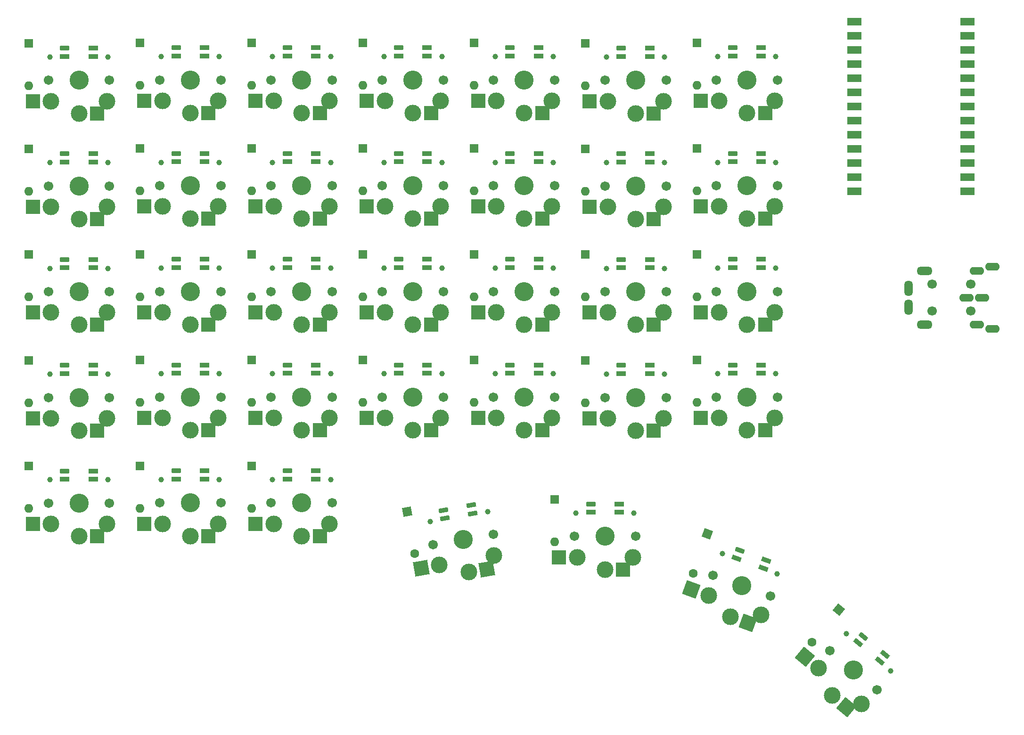
<source format=gbr>
%TF.GenerationSoftware,KiCad,Pcbnew,7.0.7*%
%TF.CreationDate,2023-09-03T20:27:55-07:00*%
%TF.ProjectId,keyboard,6b657962-6f61-4726-942e-6b696361645f,rev?*%
%TF.SameCoordinates,Original*%
%TF.FileFunction,Soldermask,Bot*%
%TF.FilePolarity,Negative*%
%FSLAX46Y46*%
G04 Gerber Fmt 4.6, Leading zero omitted, Abs format (unit mm)*
G04 Created by KiCad (PCBNEW 7.0.7) date 2023-09-03 20:27:55*
%MOMM*%
%LPD*%
G01*
G04 APERTURE LIST*
G04 Aperture macros list*
%AMRoundRect*
0 Rectangle with rounded corners*
0 $1 Rounding radius*
0 $2 $3 $4 $5 $6 $7 $8 $9 X,Y pos of 4 corners*
0 Add a 4 corners polygon primitive as box body*
4,1,4,$2,$3,$4,$5,$6,$7,$8,$9,$2,$3,0*
0 Add four circle primitives for the rounded corners*
1,1,$1+$1,$2,$3*
1,1,$1+$1,$4,$5*
1,1,$1+$1,$6,$7*
1,1,$1+$1,$8,$9*
0 Add four rect primitives between the rounded corners*
20,1,$1+$1,$2,$3,$4,$5,0*
20,1,$1+$1,$4,$5,$6,$7,0*
20,1,$1+$1,$6,$7,$8,$9,0*
20,1,$1+$1,$8,$9,$2,$3,0*%
%AMHorizOval*
0 Thick line with rounded ends*
0 $1 width*
0 $2 $3 position (X,Y) of the first rounded end (center of the circle)*
0 $4 $5 position (X,Y) of the second rounded end (center of the circle)*
0 Add line between two ends*
20,1,$1,$2,$3,$4,$5,0*
0 Add two circle primitives to create the rounded ends*
1,1,$1,$2,$3*
1,1,$1,$4,$5*%
%AMRotRect*
0 Rectangle, with rotation*
0 The origin of the aperture is its center*
0 $1 length*
0 $2 width*
0 $3 Rotation angle, in degrees counterclockwise*
0 Add horizontal line*
21,1,$1,$2,0,0,$3*%
G04 Aperture macros list end*
%ADD10C,1.700000*%
%ADD11O,2.620000X1.412000*%
%ADD12O,2.820000X1.512000*%
%ADD13O,1.512000X2.820000*%
%ADD14C,1.701800*%
%ADD15C,0.990600*%
%ADD16C,3.000000*%
%ADD17C,3.429000*%
%ADD18R,2.600000X2.600000*%
%ADD19R,1.600000X1.600000*%
%ADD20O,1.600000X1.600000*%
%ADD21RotRect,2.600000X2.600000X340.000000*%
%ADD22RotRect,2.600000X2.600000X10.000000*%
%ADD23RotRect,1.600000X1.600000X230.000000*%
%ADD24HorizOval,1.600000X0.000000X0.000000X0.000000X0.000000X0*%
%ADD25RotRect,2.600000X2.600000X320.000000*%
%ADD26RotRect,1.600000X1.600000X250.000000*%
%ADD27HorizOval,1.600000X0.000000X0.000000X0.000000X0.000000X0*%
%ADD28RotRect,1.600000X1.600000X280.000000*%
%ADD29HorizOval,1.600000X0.000000X0.000000X0.000000X0.000000X0*%
%ADD30R,1.700000X0.820000*%
%ADD31RoundRect,0.205000X0.645000X0.205000X-0.645000X0.205000X-0.645000X-0.205000X0.645000X-0.205000X0*%
%ADD32RotRect,1.700000X0.820000X190.000000*%
%ADD33RoundRect,0.205000X0.599603X0.313889X-0.670799X0.089883X-0.599603X-0.313889X0.670799X-0.089883X0*%
%ADD34RotRect,1.700000X0.820000X140.000000*%
%ADD35RoundRect,0.205000X0.625870X-0.257559X-0.362327X0.571637X-0.625870X0.257559X0.362327X-0.571637X0*%
%ADD36RotRect,1.700000X0.820000X160.000000*%
%ADD37RoundRect,0.205000X0.676216X-0.027966X-0.535988X0.413240X-0.676216X0.027966X0.535988X-0.413240X0*%
%ADD38R,2.610000X1.400000*%
G04 APERTURE END LIST*
D10*
%TO.C,REF\u002A\u002A*%
X220250000Y-73520000D03*
X213250000Y-73520000D03*
D11*
X224150000Y-76720000D03*
X219450000Y-71120000D03*
D12*
X211950000Y-75920000D03*
D11*
X222250000Y-71120000D03*
D13*
X209050000Y-72820000D03*
D11*
X221350000Y-75920000D03*
%TD*%
%TO.C,REF\u002A\u002A*%
X224155000Y-65520000D03*
X222255000Y-71120000D03*
X221355000Y-66320000D03*
X219455000Y-71120000D03*
D12*
X211955000Y-66320000D03*
D13*
X209055000Y-69420000D03*
D10*
X220255000Y-68720000D03*
X213255000Y-68720000D03*
%TD*%
D14*
%TO.C,REF\u002A\u002A*%
X94500000Y-89000000D03*
D15*
X94780000Y-84800000D03*
D16*
X95000000Y-92750000D03*
D17*
X100000000Y-89000000D03*
D16*
X100000000Y-94950000D03*
X105000000Y-92750000D03*
D15*
X105220000Y-84800000D03*
D14*
X105500000Y-89000000D03*
D18*
X103275000Y-94950000D03*
X91725000Y-92750000D03*
%TD*%
D19*
%TO.C,REF\u002A\u002A*%
X51000000Y-82380000D03*
D20*
X51000000Y-90000000D03*
%TD*%
D14*
%TO.C,REF\u002A\u002A*%
X173947074Y-120991352D03*
D15*
X175646672Y-117140409D03*
D16*
X173134344Y-124686210D03*
D17*
X179115383Y-122872463D03*
D16*
X177080363Y-128463634D03*
X182531271Y-128106411D03*
D15*
X185457063Y-120711099D03*
D14*
X184283692Y-124753574D03*
D21*
X180157856Y-129583750D03*
X170056851Y-123566094D03*
%TD*%
D14*
%TO.C,REF\u002A\u002A*%
X134500000Y-51000000D03*
D15*
X134780000Y-46800000D03*
D16*
X135000000Y-54750000D03*
D17*
X140000000Y-51000000D03*
D16*
X140000000Y-56950000D03*
X145000000Y-54750000D03*
D15*
X145220000Y-46800000D03*
D14*
X145500000Y-51000000D03*
D18*
X143275000Y-56950000D03*
X131725000Y-54750000D03*
%TD*%
D19*
%TO.C,REF\u002A\u002A*%
X51000000Y-63380000D03*
D20*
X51000000Y-71000000D03*
%TD*%
D14*
%TO.C,REF\u002A\u002A*%
X54500000Y-70050000D03*
D15*
X54780000Y-65850000D03*
D16*
X55000000Y-73800000D03*
D17*
X60000000Y-70050000D03*
D16*
X60000000Y-76000000D03*
X65000000Y-73800000D03*
D15*
X65220000Y-65850000D03*
D14*
X65500000Y-70050000D03*
D18*
X63275000Y-76000000D03*
X51725000Y-73800000D03*
%TD*%
D14*
%TO.C,REF\u002A\u002A*%
X74500000Y-32000000D03*
D15*
X74780000Y-27800000D03*
D16*
X75000000Y-35750000D03*
D17*
X80000000Y-32000000D03*
D16*
X80000000Y-37950000D03*
X85000000Y-35750000D03*
D15*
X85220000Y-27800000D03*
D14*
X85500000Y-32000000D03*
D18*
X83275000Y-37950000D03*
X71725000Y-35750000D03*
%TD*%
D19*
%TO.C,REF\u002A\u002A*%
X111000000Y-44330000D03*
D20*
X111000000Y-51950000D03*
%TD*%
D19*
%TO.C,REF\u002A\u002A*%
X131000000Y-25330000D03*
D20*
X131000000Y-32950000D03*
%TD*%
D19*
%TO.C,REF\u002A\u002A*%
X111000000Y-82330000D03*
D20*
X111000000Y-89950000D03*
%TD*%
D14*
%TO.C,REF\u002A\u002A*%
X123595122Y-115537900D03*
D15*
X123141546Y-111353086D03*
D16*
X124738707Y-119144105D03*
D17*
X129011565Y-114582835D03*
D16*
X130044772Y-120442441D03*
X134586784Y-117407623D03*
D15*
X133422939Y-109540199D03*
D14*
X134428008Y-113627770D03*
D22*
X133270017Y-119873743D03*
X121513462Y-119712803D03*
%TD*%
D14*
%TO.C,REF\u002A\u002A*%
X134500000Y-89000000D03*
D15*
X134780000Y-84800000D03*
D16*
X135000000Y-92750000D03*
D17*
X140000000Y-89000000D03*
D16*
X140000000Y-94950000D03*
X145000000Y-92750000D03*
D15*
X145220000Y-84800000D03*
D14*
X145500000Y-89000000D03*
D18*
X143275000Y-94950000D03*
X131725000Y-92750000D03*
%TD*%
D19*
%TO.C,REF\u002A\u002A*%
X171000000Y-44330000D03*
D20*
X171000000Y-51950000D03*
%TD*%
D19*
%TO.C,REF\u002A\u002A*%
X171000000Y-25330000D03*
D20*
X171000000Y-32950000D03*
%TD*%
D14*
%TO.C,REF\u002A\u002A*%
X94500000Y-32000000D03*
D15*
X94780000Y-27800000D03*
D16*
X95000000Y-35750000D03*
D17*
X100000000Y-32000000D03*
D16*
X100000000Y-37950000D03*
X105000000Y-35750000D03*
D15*
X105220000Y-27800000D03*
D14*
X105500000Y-32000000D03*
D18*
X103275000Y-37950000D03*
X91725000Y-35750000D03*
%TD*%
D19*
%TO.C,REF\u002A\u002A*%
X51000000Y-101380000D03*
D20*
X51000000Y-109000000D03*
%TD*%
D19*
%TO.C,REF\u002A\u002A*%
X131000000Y-63330000D03*
D20*
X131000000Y-70950000D03*
%TD*%
D14*
%TO.C,REF\u002A\u002A*%
X74500000Y-70000000D03*
D15*
X74780000Y-65800000D03*
D16*
X75000000Y-73750000D03*
D17*
X80000000Y-70000000D03*
D16*
X80000000Y-75950000D03*
X85000000Y-73750000D03*
D15*
X85220000Y-65800000D03*
D14*
X85500000Y-70000000D03*
D18*
X83275000Y-75950000D03*
X71725000Y-73750000D03*
%TD*%
D14*
%TO.C,REF\u002A\u002A*%
X154500000Y-70050000D03*
D15*
X154780000Y-65850000D03*
D16*
X155000000Y-73800000D03*
D17*
X160000000Y-70050000D03*
D16*
X160000000Y-76000000D03*
X165000000Y-73800000D03*
D15*
X165220000Y-65850000D03*
D14*
X165500000Y-70050000D03*
D18*
X163275000Y-76000000D03*
X151725000Y-73800000D03*
%TD*%
D19*
%TO.C,REF\u002A\u002A*%
X51000000Y-44380000D03*
D20*
X51000000Y-52000000D03*
%TD*%
D19*
%TO.C,REF\u002A\u002A*%
X171000000Y-63330000D03*
D20*
X171000000Y-70950000D03*
%TD*%
D14*
%TO.C,REF\u002A\u002A*%
X54500000Y-89050000D03*
D15*
X54780000Y-84850000D03*
D16*
X55000000Y-92800000D03*
D17*
X60000000Y-89050000D03*
D16*
X60000000Y-95000000D03*
X65000000Y-92800000D03*
D15*
X65220000Y-84850000D03*
D14*
X65500000Y-89050000D03*
D18*
X63275000Y-95000000D03*
X51725000Y-92800000D03*
%TD*%
D19*
%TO.C,REF\u002A\u002A*%
X171000000Y-82330000D03*
D20*
X171000000Y-89950000D03*
%TD*%
D14*
%TO.C,REF\u002A\u002A*%
X114500000Y-70000000D03*
D15*
X114780000Y-65800000D03*
D16*
X115000000Y-73750000D03*
D17*
X120000000Y-70000000D03*
D16*
X120000000Y-75950000D03*
X125000000Y-73750000D03*
D15*
X125220000Y-65800000D03*
D14*
X125500000Y-70000000D03*
D18*
X123275000Y-75950000D03*
X111725000Y-73750000D03*
%TD*%
D14*
%TO.C,REF\u002A\u002A*%
X174500000Y-89000000D03*
D15*
X174780000Y-84800000D03*
D16*
X175000000Y-92750000D03*
D17*
X180000000Y-89000000D03*
D16*
X180000000Y-94950000D03*
X185000000Y-92750000D03*
D15*
X185220000Y-84800000D03*
D14*
X185500000Y-89000000D03*
D18*
X183275000Y-94950000D03*
X171725000Y-92750000D03*
%TD*%
D14*
%TO.C,REF\u002A\u002A*%
X114500000Y-32000000D03*
D15*
X114780000Y-27800000D03*
D16*
X115000000Y-35750000D03*
D17*
X120000000Y-32000000D03*
D16*
X120000000Y-37950000D03*
X125000000Y-35750000D03*
D15*
X125220000Y-27800000D03*
D14*
X125500000Y-32000000D03*
D18*
X123275000Y-37950000D03*
X111725000Y-35750000D03*
%TD*%
D23*
%TO.C,REF\u002A\u002A*%
X196555312Y-127164475D03*
D24*
X191657270Y-133001734D03*
%TD*%
D19*
%TO.C,REF\u002A\u002A*%
X151000000Y-82380000D03*
D20*
X151000000Y-90000000D03*
%TD*%
D19*
%TO.C,REF\u002A\u002A*%
X131000000Y-44330000D03*
D20*
X131000000Y-51950000D03*
%TD*%
D19*
%TO.C,REF\u002A\u002A*%
X145500000Y-107329999D03*
D20*
X145500000Y-114949999D03*
%TD*%
D14*
%TO.C,REF\u002A\u002A*%
X54500000Y-108050000D03*
D15*
X54780000Y-103850000D03*
D16*
X55000000Y-111800000D03*
D17*
X60000000Y-108050000D03*
D16*
X60000000Y-114000000D03*
X65000000Y-111800000D03*
D15*
X65220000Y-103850000D03*
D14*
X65500000Y-108050000D03*
D18*
X63275000Y-114000000D03*
X51725000Y-111800000D03*
%TD*%
D14*
%TO.C,REF\u002A\u002A*%
X54500000Y-51050000D03*
D15*
X54780000Y-46850000D03*
D16*
X55000000Y-54800000D03*
D17*
X60000000Y-51050000D03*
D16*
X60000000Y-57000000D03*
X65000000Y-54800000D03*
D15*
X65220000Y-46850000D03*
D14*
X65500000Y-51050000D03*
D18*
X63275000Y-57000000D03*
X51725000Y-54800000D03*
%TD*%
D19*
%TO.C,REF\u002A\u002A*%
X91000000Y-25330000D03*
D20*
X91000000Y-32950000D03*
%TD*%
D19*
%TO.C,REF\u002A\u002A*%
X151000000Y-44380000D03*
D20*
X151000000Y-52000000D03*
%TD*%
D14*
%TO.C,REF\u002A\u002A*%
X174500000Y-51000000D03*
D15*
X174780000Y-46800000D03*
D16*
X175000000Y-54750000D03*
D17*
X180000000Y-51000000D03*
D16*
X180000000Y-56950000D03*
X185000000Y-54750000D03*
D15*
X185220000Y-46800000D03*
D14*
X185500000Y-51000000D03*
D18*
X183275000Y-56950000D03*
X171725000Y-54750000D03*
%TD*%
D14*
%TO.C,REF\u002A\u002A*%
X94500000Y-108000000D03*
D15*
X94780000Y-103800000D03*
D16*
X95000000Y-111750000D03*
D17*
X100000000Y-108000000D03*
D16*
X100000000Y-113950000D03*
X105000000Y-111750000D03*
D15*
X105220000Y-103800000D03*
D14*
X105500000Y-108000000D03*
D18*
X103275000Y-113950000D03*
X91725000Y-111750000D03*
%TD*%
D19*
%TO.C,REF\u002A\u002A*%
X71000000Y-82330000D03*
D20*
X71000000Y-89950000D03*
%TD*%
D19*
%TO.C,REF\u002A\u002A*%
X111000000Y-63330000D03*
D20*
X111000000Y-70950000D03*
%TD*%
D14*
%TO.C,REF\u002A\u002A*%
X174500000Y-32000000D03*
D15*
X174780000Y-27800000D03*
D16*
X175000000Y-35750000D03*
D17*
X180000000Y-32000000D03*
D16*
X180000000Y-37950000D03*
X185000000Y-35750000D03*
D15*
X185220000Y-27800000D03*
D14*
X185500000Y-32000000D03*
D18*
X183275000Y-37950000D03*
X171725000Y-35750000D03*
%TD*%
D19*
%TO.C,REF\u002A\u002A*%
X71000000Y-25330000D03*
D20*
X71000000Y-32950000D03*
%TD*%
D14*
%TO.C,REF\u002A\u002A*%
X74500000Y-108000000D03*
D15*
X74780000Y-103800000D03*
D16*
X75000000Y-111750000D03*
D17*
X80000000Y-108000000D03*
D16*
X80000000Y-113950000D03*
X85000000Y-111750000D03*
D15*
X85220000Y-103800000D03*
D14*
X85500000Y-108000000D03*
D18*
X83275000Y-113950000D03*
X71725000Y-111750000D03*
%TD*%
D14*
%TO.C,REF\u002A\u002A*%
X154500000Y-32050000D03*
D15*
X154780000Y-27850000D03*
D16*
X155000000Y-35800000D03*
D17*
X160000000Y-32050000D03*
D16*
X160000000Y-38000000D03*
X165000000Y-35800000D03*
D15*
X165220000Y-27850000D03*
D14*
X165500000Y-32050000D03*
D18*
X163275000Y-38000000D03*
X151725000Y-35800000D03*
%TD*%
D19*
%TO.C,REF\u002A\u002A*%
X111000000Y-25330000D03*
D20*
X111000000Y-32950000D03*
%TD*%
D14*
%TO.C,REF\u002A\u002A*%
X194949073Y-134523749D03*
D15*
X197863273Y-131486343D03*
D16*
X192921641Y-137717810D03*
D17*
X199162317Y-138059081D03*
D16*
X195337731Y-142617045D03*
X200582086Y-144145686D03*
D15*
X205860777Y-138197046D03*
D14*
X203375561Y-141594413D03*
D25*
X197846526Y-144722175D03*
X190412846Y-135612680D03*
%TD*%
D19*
%TO.C,REF\u002A\u002A*%
X71000000Y-101330000D03*
D20*
X71000000Y-108950000D03*
%TD*%
D14*
%TO.C,REF\u002A\u002A*%
X154500000Y-51050000D03*
D15*
X154780000Y-46850000D03*
D16*
X155000000Y-54800000D03*
D17*
X160000000Y-51050000D03*
D16*
X160000000Y-57000000D03*
X165000000Y-54800000D03*
D15*
X165220000Y-46850000D03*
D14*
X165500000Y-51050000D03*
D18*
X163275000Y-57000000D03*
X151725000Y-54800000D03*
%TD*%
D14*
%TO.C,REF\u002A\u002A*%
X94500000Y-70000000D03*
D15*
X94780000Y-65800000D03*
D16*
X95000000Y-73750000D03*
D17*
X100000000Y-70000000D03*
D16*
X100000000Y-75950000D03*
X105000000Y-73750000D03*
D15*
X105220000Y-65800000D03*
D14*
X105500000Y-70000000D03*
D18*
X103275000Y-75950000D03*
X91725000Y-73750000D03*
%TD*%
D19*
%TO.C,REF\u002A\u002A*%
X151000000Y-63380000D03*
D20*
X151000000Y-71000000D03*
%TD*%
D14*
%TO.C,REF\u002A\u002A*%
X134500000Y-32000000D03*
D15*
X134780000Y-27800000D03*
D16*
X135000000Y-35750000D03*
D17*
X140000000Y-32000000D03*
D16*
X140000000Y-37950000D03*
X145000000Y-35750000D03*
D15*
X145220000Y-27800000D03*
D14*
X145500000Y-32000000D03*
D18*
X143275000Y-37950000D03*
X131725000Y-35750000D03*
%TD*%
D19*
%TO.C,REF\u002A\u002A*%
X71000000Y-44330000D03*
D20*
X71000000Y-51950000D03*
%TD*%
D14*
%TO.C,REF\u002A\u002A*%
X74500000Y-89000000D03*
D15*
X74780000Y-84800000D03*
D16*
X75000000Y-92750000D03*
D17*
X80000000Y-89000000D03*
D16*
X80000000Y-94950000D03*
X85000000Y-92750000D03*
D15*
X85220000Y-84800000D03*
D14*
X85500000Y-89000000D03*
D18*
X83275000Y-94950000D03*
X71725000Y-92750000D03*
%TD*%
D14*
%TO.C,REF\u002A\u002A*%
X174500000Y-70000000D03*
D15*
X174780000Y-65800000D03*
D16*
X175000000Y-73750000D03*
D17*
X180000000Y-70000000D03*
D16*
X180000000Y-75950000D03*
X185000000Y-73750000D03*
D15*
X185220000Y-65800000D03*
D14*
X185500000Y-70000000D03*
D18*
X183275000Y-75950000D03*
X171725000Y-73750000D03*
%TD*%
D14*
%TO.C,REF\u002A\u002A*%
X114500000Y-89000000D03*
D15*
X114780000Y-84800000D03*
D16*
X115000000Y-92750000D03*
D17*
X120000000Y-89000000D03*
D16*
X120000000Y-94950000D03*
X125000000Y-92750000D03*
D15*
X125220000Y-84800000D03*
D14*
X125500000Y-89000000D03*
D18*
X123275000Y-94950000D03*
X111725000Y-92750000D03*
%TD*%
D19*
%TO.C,REF\u002A\u002A*%
X91000000Y-82330000D03*
D20*
X91000000Y-89950000D03*
%TD*%
D14*
%TO.C,REF\u002A\u002A*%
X154500000Y-89050000D03*
D15*
X154780000Y-84850000D03*
D16*
X155000000Y-92800000D03*
D17*
X160000000Y-89050000D03*
D16*
X160000000Y-95000000D03*
X165000000Y-92800000D03*
D15*
X165220000Y-84850000D03*
D14*
X165500000Y-89050000D03*
D18*
X163275000Y-95000000D03*
X151725000Y-92800000D03*
%TD*%
D19*
%TO.C,REF\u002A\u002A*%
X91000000Y-101330000D03*
D20*
X91000000Y-108950000D03*
%TD*%
D26*
%TO.C,REF\u002A\u002A*%
X172939424Y-113526532D03*
D27*
X170333231Y-120686990D03*
%TD*%
D14*
%TO.C,REF\u002A\u002A*%
X149000000Y-114000000D03*
D15*
X149280000Y-109800000D03*
D16*
X149500000Y-117750000D03*
D17*
X154500000Y-114000000D03*
D16*
X154500000Y-119950000D03*
X159500000Y-117750000D03*
D15*
X159720000Y-109800000D03*
D14*
X160000000Y-114000000D03*
D18*
X157775000Y-119950000D03*
X146225000Y-117750000D03*
%TD*%
D19*
%TO.C,REF\u002A\u002A*%
X151000000Y-25380000D03*
D20*
X151000000Y-33000000D03*
%TD*%
D14*
%TO.C,REF\u002A\u002A*%
X54500000Y-32050000D03*
D15*
X54780000Y-27850000D03*
D16*
X55000000Y-35800000D03*
D17*
X60000000Y-32050000D03*
D16*
X60000000Y-38000000D03*
X65000000Y-35800000D03*
D15*
X65220000Y-27850000D03*
D14*
X65500000Y-32050000D03*
D18*
X63275000Y-38000000D03*
X51725000Y-35800000D03*
%TD*%
D14*
%TO.C,REF\u002A\u002A*%
X114500000Y-51000000D03*
D15*
X114780000Y-46800000D03*
D16*
X115000000Y-54750000D03*
D17*
X120000000Y-51000000D03*
D16*
X120000000Y-56950000D03*
X125000000Y-54750000D03*
D15*
X125220000Y-46800000D03*
D14*
X125500000Y-51000000D03*
D18*
X123275000Y-56950000D03*
X111725000Y-54750000D03*
%TD*%
D19*
%TO.C,REF\u002A\u002A*%
X51000000Y-25380000D03*
D20*
X51000000Y-33000000D03*
%TD*%
D19*
%TO.C,REF\u002A\u002A*%
X71000000Y-63330000D03*
D20*
X71000000Y-70950000D03*
%TD*%
D28*
%TO.C,REF\u002A\u002A*%
X118990062Y-109577000D03*
D29*
X120313261Y-117081235D03*
%TD*%
D14*
%TO.C,REF\u002A\u002A*%
X74500000Y-51000000D03*
D15*
X74780000Y-46800000D03*
D16*
X75000000Y-54750000D03*
D17*
X80000000Y-51000000D03*
D16*
X80000000Y-56950000D03*
X85000000Y-54750000D03*
D15*
X85220000Y-46800000D03*
D14*
X85500000Y-51000000D03*
D18*
X83275000Y-56950000D03*
X71725000Y-54750000D03*
%TD*%
D19*
%TO.C,REF\u002A\u002A*%
X91000000Y-63330000D03*
D20*
X91000000Y-70950000D03*
%TD*%
D19*
%TO.C,REF\u002A\u002A*%
X91000000Y-44330000D03*
D20*
X91000000Y-51950000D03*
%TD*%
D19*
%TO.C,REF\u002A\u002A*%
X131000000Y-82330000D03*
D20*
X131000000Y-89950000D03*
%TD*%
D14*
%TO.C,REF\u002A\u002A*%
X134500000Y-70000000D03*
D15*
X134780000Y-65800000D03*
D16*
X135000000Y-73750000D03*
D17*
X140000000Y-70000000D03*
D16*
X140000000Y-75950000D03*
X145000000Y-73750000D03*
D15*
X145220000Y-65800000D03*
D14*
X145500000Y-70000000D03*
D18*
X143275000Y-75950000D03*
X131725000Y-73750000D03*
%TD*%
D14*
%TO.C,REF\u002A\u002A*%
X94500000Y-51000000D03*
D15*
X94780000Y-46800000D03*
D16*
X95000000Y-54750000D03*
D17*
X100000000Y-51000000D03*
D16*
X100000000Y-56950000D03*
X105000000Y-54750000D03*
D15*
X105220000Y-46800000D03*
D14*
X105500000Y-51000000D03*
D18*
X103275000Y-56950000D03*
X91725000Y-54750000D03*
%TD*%
D30*
%TO.C,REF\u002A\u002A*%
X62550000Y-27750000D03*
X62550000Y-26250000D03*
D31*
X57450000Y-26250000D03*
D30*
X57450000Y-27750000D03*
%TD*%
%TO.C,REF\u002A\u002A*%
X122550000Y-84700000D03*
X122550000Y-83200000D03*
D31*
X117450000Y-83200000D03*
D30*
X117450000Y-84700000D03*
%TD*%
%TO.C,REF\u002A\u002A*%
X122550000Y-46700000D03*
X122550000Y-45200000D03*
D31*
X117450000Y-45200000D03*
D30*
X117450000Y-46700000D03*
%TD*%
%TO.C,REF\u002A\u002A*%
X62550000Y-46750000D03*
X62550000Y-45250000D03*
D31*
X57450000Y-45250000D03*
D30*
X57450000Y-46750000D03*
%TD*%
%TO.C,REF\u002A\u002A*%
X162550000Y-84750000D03*
X162550000Y-83250000D03*
D31*
X157450000Y-83250000D03*
D30*
X157450000Y-84750000D03*
%TD*%
%TO.C,REF\u002A\u002A*%
X142550000Y-27700000D03*
X142550000Y-26200000D03*
D31*
X137450000Y-26200000D03*
D30*
X137450000Y-27700000D03*
%TD*%
%TO.C,REF\u002A\u002A*%
X182550000Y-46700000D03*
X182550000Y-45200000D03*
D31*
X177450000Y-45200000D03*
D30*
X177450000Y-46700000D03*
%TD*%
%TO.C,REF\u002A\u002A*%
X62550000Y-103750000D03*
X62550000Y-102250000D03*
D31*
X57450000Y-102250000D03*
D30*
X57450000Y-103750000D03*
%TD*%
%TO.C,REF\u002A\u002A*%
X182550000Y-27700000D03*
X182550000Y-26200000D03*
D31*
X177450000Y-26200000D03*
D30*
X177450000Y-27700000D03*
%TD*%
%TO.C,REF\u002A\u002A*%
X102550000Y-46700000D03*
X102550000Y-45200000D03*
D31*
X97450000Y-45200000D03*
D30*
X97450000Y-46700000D03*
%TD*%
%TO.C,REF\u002A\u002A*%
X122550000Y-27700000D03*
X122550000Y-26200000D03*
D31*
X117450000Y-26200000D03*
D30*
X117450000Y-27700000D03*
%TD*%
%TO.C,REF\u002A\u002A*%
X182550000Y-65700000D03*
X182550000Y-64200000D03*
D31*
X177450000Y-64200000D03*
D30*
X177450000Y-65700000D03*
%TD*%
%TO.C,REF\u002A\u002A*%
X142550000Y-84700000D03*
X142550000Y-83200000D03*
D31*
X137450000Y-83200000D03*
D30*
X137450000Y-84700000D03*
%TD*%
D32*
%TO.C,REF\u002A\u002A*%
X130776138Y-109905358D03*
X130515666Y-108428146D03*
D33*
X125493146Y-109313752D03*
D32*
X125753618Y-110790964D03*
%TD*%
D30*
%TO.C,REF\u002A\u002A*%
X122550000Y-65700000D03*
X122550000Y-64200000D03*
D31*
X117450000Y-64200000D03*
D30*
X117450000Y-65700000D03*
%TD*%
%TO.C,REF\u002A\u002A*%
X62550000Y-84750000D03*
X62550000Y-83250000D03*
D31*
X57450000Y-83250000D03*
D30*
X57450000Y-84750000D03*
%TD*%
%TO.C,REF\u002A\u002A*%
X142550000Y-46700000D03*
X142550000Y-45200000D03*
D31*
X137450000Y-45200000D03*
D30*
X137450000Y-46700000D03*
%TD*%
%TO.C,REF\u002A\u002A*%
X157049999Y-109699999D03*
X157049999Y-108199999D03*
D31*
X151949999Y-108199999D03*
D30*
X151949999Y-109699999D03*
%TD*%
%TO.C,REF\u002A\u002A*%
X82550000Y-84700000D03*
X82550000Y-83200000D03*
D31*
X77450000Y-83200000D03*
D30*
X77450000Y-84700000D03*
%TD*%
%TO.C,REF\u002A\u002A*%
X162550000Y-27750000D03*
X162550000Y-26250000D03*
D31*
X157450000Y-26250000D03*
D30*
X157450000Y-27750000D03*
%TD*%
%TO.C,REF\u002A\u002A*%
X102550000Y-65700000D03*
X102550000Y-64200000D03*
D31*
X97450000Y-64200000D03*
D30*
X97450000Y-65700000D03*
%TD*%
%TO.C,REF\u002A\u002A*%
X142550000Y-65700000D03*
X142550000Y-64200000D03*
D31*
X137450000Y-64200000D03*
D30*
X137450000Y-65700000D03*
%TD*%
%TO.C,REF\u002A\u002A*%
X102550000Y-27700000D03*
X102550000Y-26200000D03*
D31*
X97450000Y-26200000D03*
D30*
X97450000Y-27700000D03*
%TD*%
D34*
%TO.C,REF\u002A\u002A*%
X203879719Y-136404197D03*
X204843900Y-135255130D03*
D35*
X200937073Y-131976913D03*
D34*
X199972892Y-133125980D03*
%TD*%
D30*
%TO.C,REF\u002A\u002A*%
X162550000Y-65750000D03*
X162550000Y-64250000D03*
D31*
X157450000Y-64250000D03*
D30*
X157450000Y-65750000D03*
%TD*%
%TO.C,REF\u002A\u002A*%
X82550000Y-46700000D03*
X82550000Y-45200000D03*
D31*
X77450000Y-45200000D03*
D30*
X77450000Y-46700000D03*
%TD*%
D36*
%TO.C,REF\u002A\u002A*%
X182982285Y-119703936D03*
X183495315Y-118294397D03*
D37*
X178702883Y-116550094D03*
D36*
X178189853Y-117959633D03*
%TD*%
D38*
%TO.C,REF\u002A\u002A*%
X219660000Y-21490000D03*
X219660000Y-24030000D03*
X219660000Y-26570000D03*
X219660000Y-29110000D03*
X219660000Y-31650000D03*
X219660000Y-34190000D03*
X219660000Y-36730000D03*
X219660000Y-39270000D03*
X219660000Y-41810000D03*
X219660000Y-44350000D03*
X219660000Y-46890000D03*
X219660000Y-49430000D03*
X219660000Y-51970000D03*
X199340000Y-21490000D03*
X199340000Y-24030000D03*
X199340000Y-26570000D03*
X199340000Y-29110000D03*
X199340000Y-31650000D03*
X199340000Y-34190000D03*
X199340000Y-36730000D03*
X199340000Y-39270000D03*
X199340000Y-41810000D03*
X199340000Y-44350000D03*
X199340000Y-46890000D03*
X199340000Y-49430000D03*
X199340000Y-51970000D03*
%TD*%
D30*
%TO.C,REF\u002A\u002A*%
X82550000Y-27700000D03*
X82550000Y-26200000D03*
D31*
X77450000Y-26200000D03*
D30*
X77450000Y-27700000D03*
%TD*%
%TO.C,REF\u002A\u002A*%
X182550000Y-84700000D03*
X182550000Y-83200000D03*
D31*
X177450000Y-83200000D03*
D30*
X177450000Y-84700000D03*
%TD*%
%TO.C,REF\u002A\u002A*%
X62550000Y-65750000D03*
X62550000Y-64250000D03*
D31*
X57450000Y-64250000D03*
D30*
X57450000Y-65750000D03*
%TD*%
%TO.C,REF\u002A\u002A*%
X102550000Y-84700000D03*
X102550000Y-83200000D03*
D31*
X97450000Y-83200000D03*
D30*
X97450000Y-84700000D03*
%TD*%
%TO.C,REF\u002A\u002A*%
X102550000Y-103700000D03*
X102550000Y-102200000D03*
D31*
X97450000Y-102200000D03*
D30*
X97450000Y-103700000D03*
%TD*%
%TO.C,REF\u002A\u002A*%
X82550000Y-103700000D03*
X82550000Y-102200000D03*
D31*
X77450000Y-102200000D03*
D30*
X77450000Y-103700000D03*
%TD*%
%TO.C,REF\u002A\u002A*%
X162550000Y-46750000D03*
X162550000Y-45250000D03*
D31*
X157450000Y-45250000D03*
D30*
X157450000Y-46750000D03*
%TD*%
%TO.C,REF\u002A\u002A*%
X82550000Y-65700000D03*
X82550000Y-64200000D03*
D31*
X77450000Y-64200000D03*
D30*
X77450000Y-65700000D03*
%TD*%
M02*

</source>
